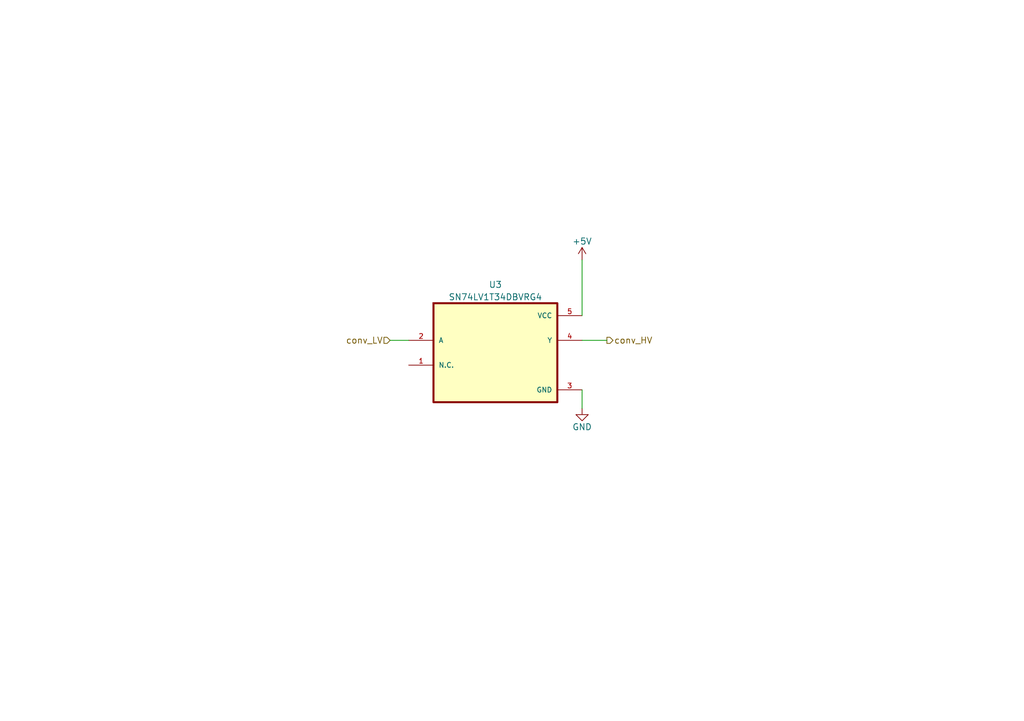
<source format=kicad_sch>
(kicad_sch (version 20230121) (generator eeschema)

  (uuid dde1ad07-f092-4f1b-b840-df2dd27931c9)

  (paper "A5")

  (title_block
    (title "3.3 to 5v Level Converter")
    (date "2022-10-31")
    (rev "1")
    (comment 1 "https://www.sparkfun.com/products/12009")
    (comment 2 "Single Power Supply Single Buffer GATE CMOS Logic Level Shifter")
  )

  (lib_symbols
    (symbol "power:+5V" (power) (pin_names (offset 0)) (in_bom yes) (on_board yes)
      (property "Reference" "#PWR" (at 0 -3.81 0)
        (effects (font (size 1.27 1.27)) hide)
      )
      (property "Value" "+5V" (at 0 3.556 0)
        (effects (font (size 1.27 1.27)))
      )
      (property "Footprint" "" (at 0 0 0)
        (effects (font (size 1.27 1.27)) hide)
      )
      (property "Datasheet" "" (at 0 0 0)
        (effects (font (size 1.27 1.27)) hide)
      )
      (property "ki_keywords" "power-flag" (at 0 0 0)
        (effects (font (size 1.27 1.27)) hide)
      )
      (property "ki_description" "Power symbol creates a global label with name \"+5V\"" (at 0 0 0)
        (effects (font (size 1.27 1.27)) hide)
      )
      (symbol "+5V_0_1"
        (polyline
          (pts
            (xy -0.762 1.27)
            (xy 0 2.54)
          )
          (stroke (width 0) (type default))
          (fill (type none))
        )
        (polyline
          (pts
            (xy 0 0)
            (xy 0 2.54)
          )
          (stroke (width 0) (type default))
          (fill (type none))
        )
        (polyline
          (pts
            (xy 0 2.54)
            (xy 0.762 1.27)
          )
          (stroke (width 0) (type default))
          (fill (type none))
        )
      )
      (symbol "+5V_1_1"
        (pin power_in line (at 0 0 90) (length 0) hide
          (name "+5V" (effects (font (size 1.27 1.27))))
          (number "1" (effects (font (size 1.27 1.27))))
        )
      )
    )
    (symbol "power:GND" (power) (pin_names (offset 0)) (in_bom yes) (on_board yes)
      (property "Reference" "#PWR" (at 0 -6.35 0)
        (effects (font (size 1.27 1.27)) hide)
      )
      (property "Value" "GND" (at 0 -3.81 0)
        (effects (font (size 1.27 1.27)))
      )
      (property "Footprint" "" (at 0 0 0)
        (effects (font (size 1.27 1.27)) hide)
      )
      (property "Datasheet" "" (at 0 0 0)
        (effects (font (size 1.27 1.27)) hide)
      )
      (property "ki_keywords" "power-flag" (at 0 0 0)
        (effects (font (size 1.27 1.27)) hide)
      )
      (property "ki_description" "Power symbol creates a global label with name \"GND\" , ground" (at 0 0 0)
        (effects (font (size 1.27 1.27)) hide)
      )
      (symbol "GND_0_1"
        (polyline
          (pts
            (xy 0 0)
            (xy 0 -1.27)
            (xy 1.27 -1.27)
            (xy 0 -2.54)
            (xy -1.27 -1.27)
            (xy 0 -1.27)
          )
          (stroke (width 0) (type default))
          (fill (type none))
        )
      )
      (symbol "GND_1_1"
        (pin power_in line (at 0 0 270) (length 0) hide
          (name "GND" (effects (font (size 1.27 1.27))))
          (number "1" (effects (font (size 1.27 1.27))))
        )
      )
    )
    (symbol "sharp-ce140f-emul:SN74LV1T34DBVRG4" (pin_names (offset 1.016)) (in_bom yes) (on_board yes)
      (property "Reference" "U" (at -12.7 11.16 0)
        (effects (font (size 1.27 1.27)) (justify left bottom))
      )
      (property "Value" "SN74LV1T34DBVRG4" (at -12.7 -14.16 0)
        (effects (font (size 1.27 1.27)) (justify left bottom))
      )
      (property "Footprint" "SOT95P280X145-5N" (at 0 0 0)
        (effects (font (size 1.27 1.27)) (justify bottom) hide)
      )
      (property "Datasheet" "" (at 0 0 0)
        (effects (font (size 1.27 1.27)) hide)
      )
      (symbol "SN74LV1T34DBVRG4_0_0"
        (rectangle (start -12.7 -10.16) (end 12.7 10.16)
          (stroke (width 0.41) (type default))
          (fill (type background))
        )
        (pin bidirectional line (at -17.78 -2.54 0) (length 5.08)
          (name "N.C." (effects (font (size 1.016 1.016))))
          (number "1" (effects (font (size 1.016 1.016))))
        )
        (pin input line (at -17.78 2.54 0) (length 5.08)
          (name "A" (effects (font (size 1.016 1.016))))
          (number "2" (effects (font (size 1.016 1.016))))
        )
        (pin power_in line (at 17.78 -7.62 180) (length 5.08)
          (name "GND" (effects (font (size 1.016 1.016))))
          (number "3" (effects (font (size 1.016 1.016))))
        )
        (pin output line (at 17.78 2.54 180) (length 5.08)
          (name "Y" (effects (font (size 1.016 1.016))))
          (number "4" (effects (font (size 1.016 1.016))))
        )
        (pin power_in line (at 17.78 7.62 180) (length 5.08)
          (name "VCC" (effects (font (size 1.016 1.016))))
          (number "5" (effects (font (size 1.016 1.016))))
        )
      )
    )
  )


  (wire (pts (xy 119.38 69.85) (xy 124.46 69.85))
    (stroke (width 0) (type default))
    (uuid 349673eb-b915-4191-9135-a3178ad7541d)
  )
  (wire (pts (xy 119.38 80.01) (xy 119.38 83.82))
    (stroke (width 0) (type default))
    (uuid 35a842ca-ecef-4f11-9480-7211006e3969)
  )
  (wire (pts (xy 80.01 69.85) (xy 83.82 69.85))
    (stroke (width 0) (type default))
    (uuid 678686fc-105a-4632-b885-ec22ade47154)
  )
  (wire (pts (xy 119.38 53.34) (xy 119.38 64.77))
    (stroke (width 0) (type default))
    (uuid cb1312fb-2b3a-4a99-b200-a0a78b2329ef)
  )

  (hierarchical_label "conv_HV" (shape output) (at 124.46 69.85 0) (fields_autoplaced)
    (effects (font (size 1.27 1.27)) (justify left))
    (uuid 928b6a80-4d23-4130-a84d-274a2160ab15)
  )
  (hierarchical_label "conv_LV" (shape input) (at 80.01 69.85 180) (fields_autoplaced)
    (effects (font (size 1.27 1.27)) (justify right))
    (uuid dd796dfa-e91d-4fa4-94a2-ef9a84257a0e)
  )

  (symbol (lib_id "power:+5V") (at 119.38 53.34 0) (unit 1)
    (in_bom yes) (on_board yes) (dnp no)
    (uuid 10e9d376-54eb-4653-91d1-6a41a0e07508)
    (property "Reference" "#PWR020" (at 119.38 57.15 0)
      (effects (font (size 1.27 1.27)) hide)
    )
    (property "Value" "+5V" (at 119.38 49.53 0)
      (effects (font (size 1.27 1.27)))
    )
    (property "Footprint" "" (at 119.38 53.34 0)
      (effects (font (size 1.27 1.27)) hide)
    )
    (property "Datasheet" "" (at 119.38 53.34 0)
      (effects (font (size 1.27 1.27)) hide)
    )
    (pin "1" (uuid b11b4bbf-0dfe-44d4-8692-40e2fe8091ab))
    (instances
      (project "sharp-ce140f-emul_v1"
        (path "/a1aa6218-39ed-4b37-9200-4448085ec785/ec3bcf54-6c70-4868-a3e2-d07f7ca44b3e"
          (reference "#PWR020") (unit 1)
        )
        (path "/a1aa6218-39ed-4b37-9200-4448085ec785/a1077ba1-f425-4ad2-aac3-499598bb8fea"
          (reference "#PWR0101") (unit 1)
        )
        (path "/a1aa6218-39ed-4b37-9200-4448085ec785/ce88f271-4809-4aaa-8ab4-efdfc9a3cf18"
          (reference "#PWR0102") (unit 1)
        )
        (path "/a1aa6218-39ed-4b37-9200-4448085ec785/10a7e6a0-6c73-4880-bece-d370b7dbb5d0"
          (reference "#PWR0103") (unit 1)
        )
        (path "/a1aa6218-39ed-4b37-9200-4448085ec785/f63beab0-aa70-4631-88ee-9ebb92c922a4"
          (reference "#PWR0104") (unit 1)
        )
      )
    )
  )

  (symbol (lib_id "sharp-ce140f-emul:SN74LV1T34DBVRG4") (at 101.6 72.39 0) (unit 1)
    (in_bom yes) (on_board yes) (dnp no) (fields_autoplaced)
    (uuid c7b858f5-3f80-47f7-a7cb-6794d4e3011c)
    (property "Reference" "U3" (at 101.6 58.42 0)
      (effects (font (size 1.27 1.27)))
    )
    (property "Value" "SN74LV1T34DBVRG4" (at 101.6 60.96 0)
      (effects (font (size 1.27 1.27)))
    )
    (property "Footprint" "SOT95P280X145-5N" (at 101.6 72.39 0)
      (effects (font (size 1.27 1.27)) (justify bottom) hide)
    )
    (property "Datasheet" "" (at 101.6 72.39 0)
      (effects (font (size 1.27 1.27)) hide)
    )
    (pin "1" (uuid 9d662417-1de3-4226-8148-4d8b85192944))
    (pin "2" (uuid 56107c9e-8fc3-4c6f-a301-29914f3eba69))
    (pin "3" (uuid 1f882033-8a2e-42f0-a4e4-74a623327bf7))
    (pin "4" (uuid cbef5cd3-a636-4573-a662-dadb2a94ef7f))
    (pin "5" (uuid fedac44b-3cbb-4893-8041-4a6329d620b1))
    (instances
      (project "sharp-ce140f-emul_v1"
        (path "/a1aa6218-39ed-4b37-9200-4448085ec785/ec3bcf54-6c70-4868-a3e2-d07f7ca44b3e"
          (reference "U3") (unit 1)
        )
        (path "/a1aa6218-39ed-4b37-9200-4448085ec785/a1077ba1-f425-4ad2-aac3-499598bb8fea"
          (reference "U4") (unit 1)
        )
        (path "/a1aa6218-39ed-4b37-9200-4448085ec785/ce88f271-4809-4aaa-8ab4-efdfc9a3cf18"
          (reference "U5") (unit 1)
        )
        (path "/a1aa6218-39ed-4b37-9200-4448085ec785/10a7e6a0-6c73-4880-bece-d370b7dbb5d0"
          (reference "U6") (unit 1)
        )
        (path "/a1aa6218-39ed-4b37-9200-4448085ec785/f63beab0-aa70-4631-88ee-9ebb92c922a4"
          (reference "U7") (unit 1)
        )
      )
    )
  )

  (symbol (lib_id "power:GND") (at 119.38 83.82 0) (mirror y) (unit 1)
    (in_bom yes) (on_board yes) (dnp no)
    (uuid c8c1569a-36e6-49f4-b8ef-d1821ea8b2a8)
    (property "Reference" "#PWR07" (at 119.38 90.17 0)
      (effects (font (size 1.27 1.27)) hide)
    )
    (property "Value" "GND" (at 119.38 87.63 0)
      (effects (font (size 1.27 1.27)))
    )
    (property "Footprint" "" (at 119.38 83.82 0)
      (effects (font (size 1.27 1.27)) hide)
    )
    (property "Datasheet" "" (at 119.38 83.82 0)
      (effects (font (size 1.27 1.27)) hide)
    )
    (pin "1" (uuid fd6ae207-80ca-486e-979c-76cd60708d60))
    (instances
      (project "sharp-ce140f-emul_v1"
        (path "/a1aa6218-39ed-4b37-9200-4448085ec785"
          (reference "#PWR07") (unit 1)
        )
        (path "/a1aa6218-39ed-4b37-9200-4448085ec785/ec3bcf54-6c70-4868-a3e2-d07f7ca44b3e"
          (reference "#PWR019") (unit 1)
        )
        (path "/a1aa6218-39ed-4b37-9200-4448085ec785/a1077ba1-f425-4ad2-aac3-499598bb8fea"
          (reference "#PWR021") (unit 1)
        )
        (path "/a1aa6218-39ed-4b37-9200-4448085ec785/ce88f271-4809-4aaa-8ab4-efdfc9a3cf18"
          (reference "#PWR022") (unit 1)
        )
        (path "/a1aa6218-39ed-4b37-9200-4448085ec785/10a7e6a0-6c73-4880-bece-d370b7dbb5d0"
          (reference "#PWR023") (unit 1)
        )
        (path "/a1aa6218-39ed-4b37-9200-4448085ec785/f63beab0-aa70-4631-88ee-9ebb92c922a4"
          (reference "#PWR024") (unit 1)
        )
      )
    )
  )
)

</source>
